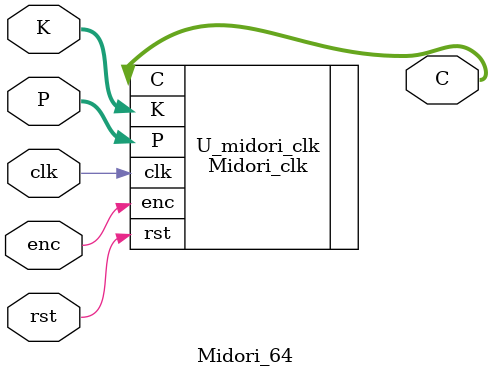
<source format=v>
module Midori_64(clk, rst, enc, K, P,  C);    
    localparam  round = 16; 
    localparam n = 64;
    input clk;
	input rst;
	input enc; 
    input [127:0] K; 
    input [n-1:0] P;
    output [n-1:0] C;

    Midori_clk
    U_midori_clk
    (
        .clk(clk),
        .rst(rst),
        .enc(enc), 
        .K(K), 
        .P(P), 
        .C(C)
    );
	
endmodule
</source>
